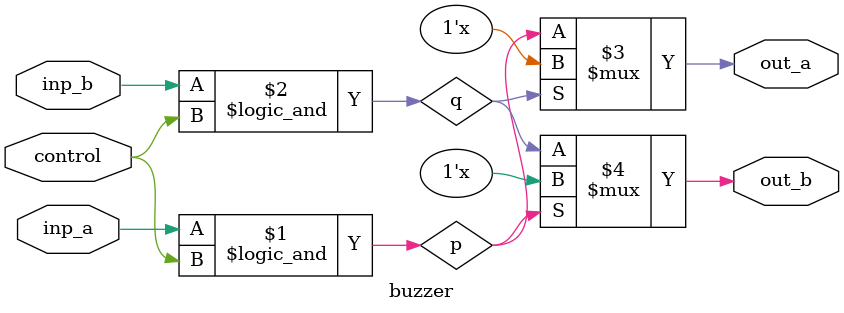
<source format=v>
`timescale 1ns / 1ps

module buzzer(inp_a, inp_b, control, out_a, out_b);

input inp_a, inp_b, control;
output out_a, out_b;
wire p, q;

assign p = inp_a && control;
assign q = inp_b && control;

bufif0(out_a, p, q);
bufif0(out_b, q, p);

endmodule

</source>
